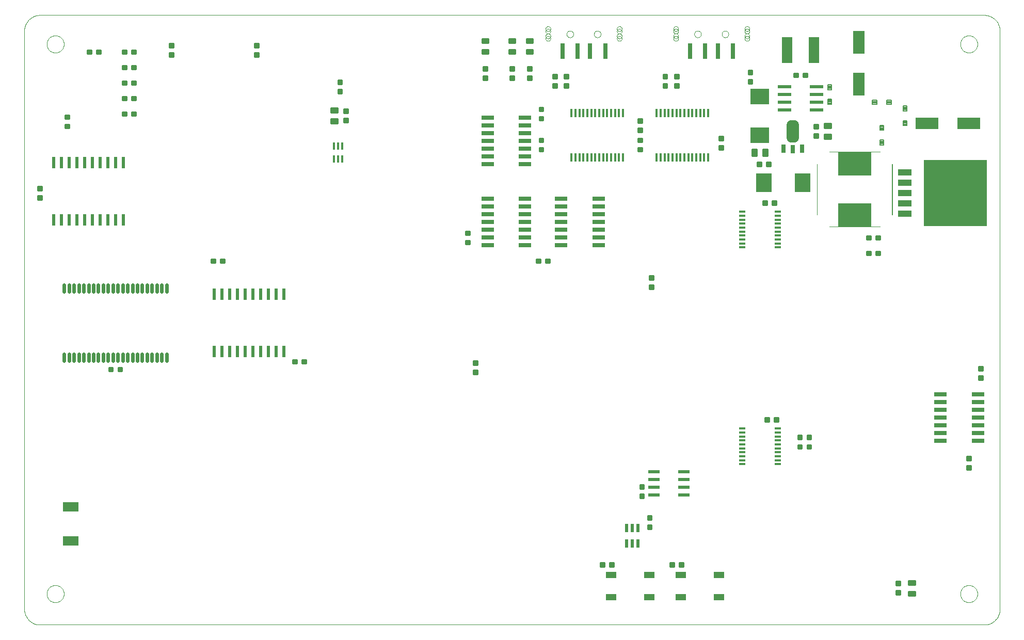
<source format=gtp>
G75*
%MOIN*%
%OFA0B0*%
%FSLAX24Y24*%
%IPPOS*%
%LPD*%
%AMOC8*
5,1,8,0,0,1.08239X$1,22.5*
%
%ADD10C,0.0000*%
%ADD11C,0.0217*%
%ADD12R,0.0780X0.0220*%
%ADD13R,0.0220X0.0520*%
%ADD14R,0.0390X0.0120*%
%ADD15R,0.0137X0.0550*%
%ADD16C,0.0088*%
%ADD17R,0.0709X0.0433*%
%ADD18R,0.0800X0.0260*%
%ADD19R,0.1500X0.0750*%
%ADD20R,0.0750X0.1500*%
%ADD21R,0.1000X0.1200*%
%ADD22R,0.1200X0.1000*%
%ADD23R,0.0669X0.1654*%
%ADD24R,0.1000X0.0600*%
%ADD25C,0.0079*%
%ADD26R,0.0220X0.0780*%
%ADD27R,0.0315X0.0984*%
%ADD28R,0.0866X0.0236*%
%ADD29R,0.4098X0.4252*%
%ADD30R,0.0850X0.0420*%
%ADD31R,0.0315X0.0551*%
%ADD32C,0.0600*%
%ADD33C,0.0100*%
%ADD34C,0.0080*%
%ADD35R,0.2165X0.1575*%
%ADD36R,0.0140X0.0460*%
D10*
X000350Y001350D02*
X000350Y038720D01*
X000352Y038780D01*
X000357Y038841D01*
X000366Y038900D01*
X000379Y038959D01*
X000395Y039018D01*
X000415Y039075D01*
X000438Y039130D01*
X000465Y039185D01*
X000494Y039237D01*
X000527Y039288D01*
X000563Y039337D01*
X000601Y039383D01*
X000643Y039427D01*
X000687Y039469D01*
X000733Y039507D01*
X000782Y039543D01*
X000833Y039576D01*
X000885Y039605D01*
X000940Y039632D01*
X000995Y039655D01*
X001052Y039675D01*
X001111Y039691D01*
X001170Y039704D01*
X001229Y039713D01*
X001290Y039718D01*
X001350Y039720D01*
X062342Y039720D01*
X062402Y039718D01*
X062463Y039713D01*
X062522Y039704D01*
X062581Y039691D01*
X062640Y039675D01*
X062697Y039655D01*
X062752Y039632D01*
X062807Y039605D01*
X062859Y039576D01*
X062910Y039543D01*
X062959Y039507D01*
X063005Y039469D01*
X063049Y039427D01*
X063091Y039383D01*
X063129Y039337D01*
X063165Y039288D01*
X063198Y039237D01*
X063227Y039185D01*
X063254Y039130D01*
X063277Y039075D01*
X063297Y039018D01*
X063313Y038959D01*
X063326Y038900D01*
X063335Y038841D01*
X063340Y038780D01*
X063342Y038720D01*
X063342Y001350D01*
X063340Y001290D01*
X063335Y001229D01*
X063326Y001170D01*
X063313Y001111D01*
X063297Y001052D01*
X063277Y000995D01*
X063254Y000940D01*
X063227Y000885D01*
X063198Y000833D01*
X063165Y000782D01*
X063129Y000733D01*
X063091Y000687D01*
X063049Y000643D01*
X063005Y000601D01*
X062959Y000563D01*
X062910Y000527D01*
X062859Y000494D01*
X062807Y000465D01*
X062752Y000438D01*
X062697Y000415D01*
X062640Y000395D01*
X062581Y000379D01*
X062522Y000366D01*
X062463Y000357D01*
X062402Y000352D01*
X062342Y000350D01*
X001350Y000350D01*
X001290Y000352D01*
X001229Y000357D01*
X001170Y000366D01*
X001111Y000379D01*
X001052Y000395D01*
X000995Y000415D01*
X000940Y000438D01*
X000885Y000465D01*
X000833Y000494D01*
X000782Y000527D01*
X000733Y000563D01*
X000687Y000601D01*
X000643Y000643D01*
X000601Y000687D01*
X000563Y000733D01*
X000527Y000782D01*
X000494Y000833D01*
X000465Y000885D01*
X000438Y000940D01*
X000415Y000995D01*
X000395Y001052D01*
X000379Y001111D01*
X000366Y001170D01*
X000357Y001229D01*
X000352Y001290D01*
X000350Y001350D01*
X001799Y002350D02*
X001801Y002397D01*
X001807Y002443D01*
X001817Y002489D01*
X001830Y002534D01*
X001848Y002577D01*
X001869Y002619D01*
X001893Y002659D01*
X001921Y002696D01*
X001952Y002731D01*
X001986Y002764D01*
X002022Y002793D01*
X002061Y002819D01*
X002102Y002842D01*
X002145Y002861D01*
X002189Y002877D01*
X002234Y002889D01*
X002280Y002897D01*
X002327Y002901D01*
X002373Y002901D01*
X002420Y002897D01*
X002466Y002889D01*
X002511Y002877D01*
X002555Y002861D01*
X002598Y002842D01*
X002639Y002819D01*
X002678Y002793D01*
X002714Y002764D01*
X002748Y002731D01*
X002779Y002696D01*
X002807Y002659D01*
X002831Y002619D01*
X002852Y002577D01*
X002870Y002534D01*
X002883Y002489D01*
X002893Y002443D01*
X002899Y002397D01*
X002901Y002350D01*
X002899Y002303D01*
X002893Y002257D01*
X002883Y002211D01*
X002870Y002166D01*
X002852Y002123D01*
X002831Y002081D01*
X002807Y002041D01*
X002779Y002004D01*
X002748Y001969D01*
X002714Y001936D01*
X002678Y001907D01*
X002639Y001881D01*
X002598Y001858D01*
X002555Y001839D01*
X002511Y001823D01*
X002466Y001811D01*
X002420Y001803D01*
X002373Y001799D01*
X002327Y001799D01*
X002280Y001803D01*
X002234Y001811D01*
X002189Y001823D01*
X002145Y001839D01*
X002102Y001858D01*
X002061Y001881D01*
X002022Y001907D01*
X001986Y001936D01*
X001952Y001969D01*
X001921Y002004D01*
X001893Y002041D01*
X001869Y002081D01*
X001848Y002123D01*
X001830Y002166D01*
X001817Y002211D01*
X001807Y002257D01*
X001801Y002303D01*
X001799Y002350D01*
X001799Y037850D02*
X001801Y037897D01*
X001807Y037943D01*
X001817Y037989D01*
X001830Y038034D01*
X001848Y038077D01*
X001869Y038119D01*
X001893Y038159D01*
X001921Y038196D01*
X001952Y038231D01*
X001986Y038264D01*
X002022Y038293D01*
X002061Y038319D01*
X002102Y038342D01*
X002145Y038361D01*
X002189Y038377D01*
X002234Y038389D01*
X002280Y038397D01*
X002327Y038401D01*
X002373Y038401D01*
X002420Y038397D01*
X002466Y038389D01*
X002511Y038377D01*
X002555Y038361D01*
X002598Y038342D01*
X002639Y038319D01*
X002678Y038293D01*
X002714Y038264D01*
X002748Y038231D01*
X002779Y038196D01*
X002807Y038159D01*
X002831Y038119D01*
X002852Y038077D01*
X002870Y038034D01*
X002883Y037989D01*
X002893Y037943D01*
X002899Y037897D01*
X002901Y037850D01*
X002899Y037803D01*
X002893Y037757D01*
X002883Y037711D01*
X002870Y037666D01*
X002852Y037623D01*
X002831Y037581D01*
X002807Y037541D01*
X002779Y037504D01*
X002748Y037469D01*
X002714Y037436D01*
X002678Y037407D01*
X002639Y037381D01*
X002598Y037358D01*
X002555Y037339D01*
X002511Y037323D01*
X002466Y037311D01*
X002420Y037303D01*
X002373Y037299D01*
X002327Y037299D01*
X002280Y037303D01*
X002234Y037311D01*
X002189Y037323D01*
X002145Y037339D01*
X002102Y037358D01*
X002061Y037381D01*
X002022Y037407D01*
X001986Y037436D01*
X001952Y037469D01*
X001921Y037504D01*
X001893Y037541D01*
X001869Y037581D01*
X001848Y037623D01*
X001830Y037666D01*
X001817Y037711D01*
X001807Y037757D01*
X001801Y037803D01*
X001799Y037850D01*
X034015Y038209D02*
X034017Y038234D01*
X034023Y038258D01*
X034032Y038280D01*
X034045Y038301D01*
X034061Y038320D01*
X034080Y038336D01*
X034101Y038349D01*
X034123Y038358D01*
X034147Y038364D01*
X034172Y038366D01*
X034197Y038364D01*
X034221Y038358D01*
X034243Y038349D01*
X034264Y038336D01*
X034283Y038320D01*
X034299Y038301D01*
X034312Y038280D01*
X034321Y038258D01*
X034327Y038234D01*
X034329Y038209D01*
X034327Y038184D01*
X034321Y038160D01*
X034312Y038138D01*
X034299Y038117D01*
X034283Y038098D01*
X034264Y038082D01*
X034243Y038069D01*
X034221Y038060D01*
X034197Y038054D01*
X034172Y038052D01*
X034147Y038054D01*
X034123Y038060D01*
X034101Y038069D01*
X034080Y038082D01*
X034061Y038098D01*
X034045Y038117D01*
X034032Y038138D01*
X034023Y038160D01*
X034017Y038184D01*
X034015Y038209D01*
X034015Y038367D02*
X034017Y038392D01*
X034023Y038416D01*
X034032Y038438D01*
X034045Y038459D01*
X034061Y038478D01*
X034080Y038494D01*
X034101Y038507D01*
X034123Y038516D01*
X034147Y038522D01*
X034172Y038524D01*
X034197Y038522D01*
X034221Y038516D01*
X034243Y038507D01*
X034264Y038494D01*
X034283Y038478D01*
X034299Y038459D01*
X034312Y038438D01*
X034321Y038416D01*
X034327Y038392D01*
X034329Y038367D01*
X034327Y038342D01*
X034321Y038318D01*
X034312Y038296D01*
X034299Y038275D01*
X034283Y038256D01*
X034264Y038240D01*
X034243Y038227D01*
X034221Y038218D01*
X034197Y038212D01*
X034172Y038210D01*
X034147Y038212D01*
X034123Y038218D01*
X034101Y038227D01*
X034080Y038240D01*
X034061Y038256D01*
X034045Y038275D01*
X034032Y038296D01*
X034023Y038318D01*
X034017Y038342D01*
X034015Y038367D01*
X034015Y038682D02*
X034017Y038707D01*
X034023Y038731D01*
X034032Y038753D01*
X034045Y038774D01*
X034061Y038793D01*
X034080Y038809D01*
X034101Y038822D01*
X034123Y038831D01*
X034147Y038837D01*
X034172Y038839D01*
X034197Y038837D01*
X034221Y038831D01*
X034243Y038822D01*
X034264Y038809D01*
X034283Y038793D01*
X034299Y038774D01*
X034312Y038753D01*
X034321Y038731D01*
X034327Y038707D01*
X034329Y038682D01*
X034327Y038657D01*
X034321Y038633D01*
X034312Y038611D01*
X034299Y038590D01*
X034283Y038571D01*
X034264Y038555D01*
X034243Y038542D01*
X034221Y038533D01*
X034197Y038527D01*
X034172Y038525D01*
X034147Y038527D01*
X034123Y038533D01*
X034101Y038542D01*
X034080Y038555D01*
X034061Y038571D01*
X034045Y038590D01*
X034032Y038611D01*
X034023Y038633D01*
X034017Y038657D01*
X034015Y038682D01*
X034015Y038839D02*
X034017Y038864D01*
X034023Y038888D01*
X034032Y038910D01*
X034045Y038931D01*
X034061Y038950D01*
X034080Y038966D01*
X034101Y038979D01*
X034123Y038988D01*
X034147Y038994D01*
X034172Y038996D01*
X034197Y038994D01*
X034221Y038988D01*
X034243Y038979D01*
X034264Y038966D01*
X034283Y038950D01*
X034299Y038931D01*
X034312Y038910D01*
X034321Y038888D01*
X034327Y038864D01*
X034329Y038839D01*
X034327Y038814D01*
X034321Y038790D01*
X034312Y038768D01*
X034299Y038747D01*
X034283Y038728D01*
X034264Y038712D01*
X034243Y038699D01*
X034221Y038690D01*
X034197Y038684D01*
X034172Y038682D01*
X034147Y038684D01*
X034123Y038690D01*
X034101Y038699D01*
X034080Y038712D01*
X034061Y038728D01*
X034045Y038747D01*
X034032Y038768D01*
X034023Y038790D01*
X034017Y038814D01*
X034015Y038839D01*
X035372Y038497D02*
X035374Y038526D01*
X035380Y038554D01*
X035389Y038582D01*
X035402Y038608D01*
X035419Y038631D01*
X035438Y038653D01*
X035460Y038672D01*
X035485Y038687D01*
X035511Y038700D01*
X035539Y038708D01*
X035567Y038713D01*
X035596Y038714D01*
X035625Y038711D01*
X035653Y038704D01*
X035680Y038694D01*
X035706Y038680D01*
X035729Y038663D01*
X035750Y038643D01*
X035768Y038620D01*
X035783Y038595D01*
X035794Y038568D01*
X035802Y038540D01*
X035806Y038511D01*
X035806Y038483D01*
X035802Y038454D01*
X035794Y038426D01*
X035783Y038399D01*
X035768Y038374D01*
X035750Y038351D01*
X035729Y038331D01*
X035706Y038314D01*
X035680Y038300D01*
X035653Y038290D01*
X035625Y038283D01*
X035596Y038280D01*
X035567Y038281D01*
X035539Y038286D01*
X035511Y038294D01*
X035485Y038307D01*
X035460Y038322D01*
X035438Y038341D01*
X035419Y038363D01*
X035402Y038386D01*
X035389Y038412D01*
X035380Y038440D01*
X035374Y038468D01*
X035372Y038497D01*
X037144Y038497D02*
X037146Y038526D01*
X037152Y038554D01*
X037161Y038582D01*
X037174Y038608D01*
X037191Y038631D01*
X037210Y038653D01*
X037232Y038672D01*
X037257Y038687D01*
X037283Y038700D01*
X037311Y038708D01*
X037339Y038713D01*
X037368Y038714D01*
X037397Y038711D01*
X037425Y038704D01*
X037452Y038694D01*
X037478Y038680D01*
X037501Y038663D01*
X037522Y038643D01*
X037540Y038620D01*
X037555Y038595D01*
X037566Y038568D01*
X037574Y038540D01*
X037578Y038511D01*
X037578Y038483D01*
X037574Y038454D01*
X037566Y038426D01*
X037555Y038399D01*
X037540Y038374D01*
X037522Y038351D01*
X037501Y038331D01*
X037478Y038314D01*
X037452Y038300D01*
X037425Y038290D01*
X037397Y038283D01*
X037368Y038280D01*
X037339Y038281D01*
X037311Y038286D01*
X037283Y038294D01*
X037257Y038307D01*
X037232Y038322D01*
X037210Y038341D01*
X037191Y038363D01*
X037174Y038386D01*
X037161Y038412D01*
X037152Y038440D01*
X037146Y038468D01*
X037144Y038497D01*
X038621Y038367D02*
X038623Y038392D01*
X038629Y038416D01*
X038638Y038438D01*
X038651Y038459D01*
X038667Y038478D01*
X038686Y038494D01*
X038707Y038507D01*
X038729Y038516D01*
X038753Y038522D01*
X038778Y038524D01*
X038803Y038522D01*
X038827Y038516D01*
X038849Y038507D01*
X038870Y038494D01*
X038889Y038478D01*
X038905Y038459D01*
X038918Y038438D01*
X038927Y038416D01*
X038933Y038392D01*
X038935Y038367D01*
X038933Y038342D01*
X038927Y038318D01*
X038918Y038296D01*
X038905Y038275D01*
X038889Y038256D01*
X038870Y038240D01*
X038849Y038227D01*
X038827Y038218D01*
X038803Y038212D01*
X038778Y038210D01*
X038753Y038212D01*
X038729Y038218D01*
X038707Y038227D01*
X038686Y038240D01*
X038667Y038256D01*
X038651Y038275D01*
X038638Y038296D01*
X038629Y038318D01*
X038623Y038342D01*
X038621Y038367D01*
X038621Y038209D02*
X038623Y038234D01*
X038629Y038258D01*
X038638Y038280D01*
X038651Y038301D01*
X038667Y038320D01*
X038686Y038336D01*
X038707Y038349D01*
X038729Y038358D01*
X038753Y038364D01*
X038778Y038366D01*
X038803Y038364D01*
X038827Y038358D01*
X038849Y038349D01*
X038870Y038336D01*
X038889Y038320D01*
X038905Y038301D01*
X038918Y038280D01*
X038927Y038258D01*
X038933Y038234D01*
X038935Y038209D01*
X038933Y038184D01*
X038927Y038160D01*
X038918Y038138D01*
X038905Y038117D01*
X038889Y038098D01*
X038870Y038082D01*
X038849Y038069D01*
X038827Y038060D01*
X038803Y038054D01*
X038778Y038052D01*
X038753Y038054D01*
X038729Y038060D01*
X038707Y038069D01*
X038686Y038082D01*
X038667Y038098D01*
X038651Y038117D01*
X038638Y038138D01*
X038629Y038160D01*
X038623Y038184D01*
X038621Y038209D01*
X038621Y038682D02*
X038623Y038707D01*
X038629Y038731D01*
X038638Y038753D01*
X038651Y038774D01*
X038667Y038793D01*
X038686Y038809D01*
X038707Y038822D01*
X038729Y038831D01*
X038753Y038837D01*
X038778Y038839D01*
X038803Y038837D01*
X038827Y038831D01*
X038849Y038822D01*
X038870Y038809D01*
X038889Y038793D01*
X038905Y038774D01*
X038918Y038753D01*
X038927Y038731D01*
X038933Y038707D01*
X038935Y038682D01*
X038933Y038657D01*
X038927Y038633D01*
X038918Y038611D01*
X038905Y038590D01*
X038889Y038571D01*
X038870Y038555D01*
X038849Y038542D01*
X038827Y038533D01*
X038803Y038527D01*
X038778Y038525D01*
X038753Y038527D01*
X038729Y038533D01*
X038707Y038542D01*
X038686Y038555D01*
X038667Y038571D01*
X038651Y038590D01*
X038638Y038611D01*
X038629Y038633D01*
X038623Y038657D01*
X038621Y038682D01*
X038621Y038839D02*
X038623Y038864D01*
X038629Y038888D01*
X038638Y038910D01*
X038651Y038931D01*
X038667Y038950D01*
X038686Y038966D01*
X038707Y038979D01*
X038729Y038988D01*
X038753Y038994D01*
X038778Y038996D01*
X038803Y038994D01*
X038827Y038988D01*
X038849Y038979D01*
X038870Y038966D01*
X038889Y038950D01*
X038905Y038931D01*
X038918Y038910D01*
X038927Y038888D01*
X038933Y038864D01*
X038935Y038839D01*
X038933Y038814D01*
X038927Y038790D01*
X038918Y038768D01*
X038905Y038747D01*
X038889Y038728D01*
X038870Y038712D01*
X038849Y038699D01*
X038827Y038690D01*
X038803Y038684D01*
X038778Y038682D01*
X038753Y038684D01*
X038729Y038690D01*
X038707Y038699D01*
X038686Y038712D01*
X038667Y038728D01*
X038651Y038747D01*
X038638Y038768D01*
X038629Y038790D01*
X038623Y038814D01*
X038621Y038839D01*
X042265Y038839D02*
X042267Y038864D01*
X042273Y038888D01*
X042282Y038910D01*
X042295Y038931D01*
X042311Y038950D01*
X042330Y038966D01*
X042351Y038979D01*
X042373Y038988D01*
X042397Y038994D01*
X042422Y038996D01*
X042447Y038994D01*
X042471Y038988D01*
X042493Y038979D01*
X042514Y038966D01*
X042533Y038950D01*
X042549Y038931D01*
X042562Y038910D01*
X042571Y038888D01*
X042577Y038864D01*
X042579Y038839D01*
X042577Y038814D01*
X042571Y038790D01*
X042562Y038768D01*
X042549Y038747D01*
X042533Y038728D01*
X042514Y038712D01*
X042493Y038699D01*
X042471Y038690D01*
X042447Y038684D01*
X042422Y038682D01*
X042397Y038684D01*
X042373Y038690D01*
X042351Y038699D01*
X042330Y038712D01*
X042311Y038728D01*
X042295Y038747D01*
X042282Y038768D01*
X042273Y038790D01*
X042267Y038814D01*
X042265Y038839D01*
X042265Y038682D02*
X042267Y038707D01*
X042273Y038731D01*
X042282Y038753D01*
X042295Y038774D01*
X042311Y038793D01*
X042330Y038809D01*
X042351Y038822D01*
X042373Y038831D01*
X042397Y038837D01*
X042422Y038839D01*
X042447Y038837D01*
X042471Y038831D01*
X042493Y038822D01*
X042514Y038809D01*
X042533Y038793D01*
X042549Y038774D01*
X042562Y038753D01*
X042571Y038731D01*
X042577Y038707D01*
X042579Y038682D01*
X042577Y038657D01*
X042571Y038633D01*
X042562Y038611D01*
X042549Y038590D01*
X042533Y038571D01*
X042514Y038555D01*
X042493Y038542D01*
X042471Y038533D01*
X042447Y038527D01*
X042422Y038525D01*
X042397Y038527D01*
X042373Y038533D01*
X042351Y038542D01*
X042330Y038555D01*
X042311Y038571D01*
X042295Y038590D01*
X042282Y038611D01*
X042273Y038633D01*
X042267Y038657D01*
X042265Y038682D01*
X042265Y038367D02*
X042267Y038392D01*
X042273Y038416D01*
X042282Y038438D01*
X042295Y038459D01*
X042311Y038478D01*
X042330Y038494D01*
X042351Y038507D01*
X042373Y038516D01*
X042397Y038522D01*
X042422Y038524D01*
X042447Y038522D01*
X042471Y038516D01*
X042493Y038507D01*
X042514Y038494D01*
X042533Y038478D01*
X042549Y038459D01*
X042562Y038438D01*
X042571Y038416D01*
X042577Y038392D01*
X042579Y038367D01*
X042577Y038342D01*
X042571Y038318D01*
X042562Y038296D01*
X042549Y038275D01*
X042533Y038256D01*
X042514Y038240D01*
X042493Y038227D01*
X042471Y038218D01*
X042447Y038212D01*
X042422Y038210D01*
X042397Y038212D01*
X042373Y038218D01*
X042351Y038227D01*
X042330Y038240D01*
X042311Y038256D01*
X042295Y038275D01*
X042282Y038296D01*
X042273Y038318D01*
X042267Y038342D01*
X042265Y038367D01*
X042265Y038209D02*
X042267Y038234D01*
X042273Y038258D01*
X042282Y038280D01*
X042295Y038301D01*
X042311Y038320D01*
X042330Y038336D01*
X042351Y038349D01*
X042373Y038358D01*
X042397Y038364D01*
X042422Y038366D01*
X042447Y038364D01*
X042471Y038358D01*
X042493Y038349D01*
X042514Y038336D01*
X042533Y038320D01*
X042549Y038301D01*
X042562Y038280D01*
X042571Y038258D01*
X042577Y038234D01*
X042579Y038209D01*
X042577Y038184D01*
X042571Y038160D01*
X042562Y038138D01*
X042549Y038117D01*
X042533Y038098D01*
X042514Y038082D01*
X042493Y038069D01*
X042471Y038060D01*
X042447Y038054D01*
X042422Y038052D01*
X042397Y038054D01*
X042373Y038060D01*
X042351Y038069D01*
X042330Y038082D01*
X042311Y038098D01*
X042295Y038117D01*
X042282Y038138D01*
X042273Y038160D01*
X042267Y038184D01*
X042265Y038209D01*
X043622Y038497D02*
X043624Y038526D01*
X043630Y038554D01*
X043639Y038582D01*
X043652Y038608D01*
X043669Y038631D01*
X043688Y038653D01*
X043710Y038672D01*
X043735Y038687D01*
X043761Y038700D01*
X043789Y038708D01*
X043817Y038713D01*
X043846Y038714D01*
X043875Y038711D01*
X043903Y038704D01*
X043930Y038694D01*
X043956Y038680D01*
X043979Y038663D01*
X044000Y038643D01*
X044018Y038620D01*
X044033Y038595D01*
X044044Y038568D01*
X044052Y038540D01*
X044056Y038511D01*
X044056Y038483D01*
X044052Y038454D01*
X044044Y038426D01*
X044033Y038399D01*
X044018Y038374D01*
X044000Y038351D01*
X043979Y038331D01*
X043956Y038314D01*
X043930Y038300D01*
X043903Y038290D01*
X043875Y038283D01*
X043846Y038280D01*
X043817Y038281D01*
X043789Y038286D01*
X043761Y038294D01*
X043735Y038307D01*
X043710Y038322D01*
X043688Y038341D01*
X043669Y038363D01*
X043652Y038386D01*
X043639Y038412D01*
X043630Y038440D01*
X043624Y038468D01*
X043622Y038497D01*
X045394Y038497D02*
X045396Y038526D01*
X045402Y038554D01*
X045411Y038582D01*
X045424Y038608D01*
X045441Y038631D01*
X045460Y038653D01*
X045482Y038672D01*
X045507Y038687D01*
X045533Y038700D01*
X045561Y038708D01*
X045589Y038713D01*
X045618Y038714D01*
X045647Y038711D01*
X045675Y038704D01*
X045702Y038694D01*
X045728Y038680D01*
X045751Y038663D01*
X045772Y038643D01*
X045790Y038620D01*
X045805Y038595D01*
X045816Y038568D01*
X045824Y038540D01*
X045828Y038511D01*
X045828Y038483D01*
X045824Y038454D01*
X045816Y038426D01*
X045805Y038399D01*
X045790Y038374D01*
X045772Y038351D01*
X045751Y038331D01*
X045728Y038314D01*
X045702Y038300D01*
X045675Y038290D01*
X045647Y038283D01*
X045618Y038280D01*
X045589Y038281D01*
X045561Y038286D01*
X045533Y038294D01*
X045507Y038307D01*
X045482Y038322D01*
X045460Y038341D01*
X045441Y038363D01*
X045424Y038386D01*
X045411Y038412D01*
X045402Y038440D01*
X045396Y038468D01*
X045394Y038497D01*
X046871Y038367D02*
X046873Y038392D01*
X046879Y038416D01*
X046888Y038438D01*
X046901Y038459D01*
X046917Y038478D01*
X046936Y038494D01*
X046957Y038507D01*
X046979Y038516D01*
X047003Y038522D01*
X047028Y038524D01*
X047053Y038522D01*
X047077Y038516D01*
X047099Y038507D01*
X047120Y038494D01*
X047139Y038478D01*
X047155Y038459D01*
X047168Y038438D01*
X047177Y038416D01*
X047183Y038392D01*
X047185Y038367D01*
X047183Y038342D01*
X047177Y038318D01*
X047168Y038296D01*
X047155Y038275D01*
X047139Y038256D01*
X047120Y038240D01*
X047099Y038227D01*
X047077Y038218D01*
X047053Y038212D01*
X047028Y038210D01*
X047003Y038212D01*
X046979Y038218D01*
X046957Y038227D01*
X046936Y038240D01*
X046917Y038256D01*
X046901Y038275D01*
X046888Y038296D01*
X046879Y038318D01*
X046873Y038342D01*
X046871Y038367D01*
X046871Y038209D02*
X046873Y038234D01*
X046879Y038258D01*
X046888Y038280D01*
X046901Y038301D01*
X046917Y038320D01*
X046936Y038336D01*
X046957Y038349D01*
X046979Y038358D01*
X047003Y038364D01*
X047028Y038366D01*
X047053Y038364D01*
X047077Y038358D01*
X047099Y038349D01*
X047120Y038336D01*
X047139Y038320D01*
X047155Y038301D01*
X047168Y038280D01*
X047177Y038258D01*
X047183Y038234D01*
X047185Y038209D01*
X047183Y038184D01*
X047177Y038160D01*
X047168Y038138D01*
X047155Y038117D01*
X047139Y038098D01*
X047120Y038082D01*
X047099Y038069D01*
X047077Y038060D01*
X047053Y038054D01*
X047028Y038052D01*
X047003Y038054D01*
X046979Y038060D01*
X046957Y038069D01*
X046936Y038082D01*
X046917Y038098D01*
X046901Y038117D01*
X046888Y038138D01*
X046879Y038160D01*
X046873Y038184D01*
X046871Y038209D01*
X046871Y038682D02*
X046873Y038707D01*
X046879Y038731D01*
X046888Y038753D01*
X046901Y038774D01*
X046917Y038793D01*
X046936Y038809D01*
X046957Y038822D01*
X046979Y038831D01*
X047003Y038837D01*
X047028Y038839D01*
X047053Y038837D01*
X047077Y038831D01*
X047099Y038822D01*
X047120Y038809D01*
X047139Y038793D01*
X047155Y038774D01*
X047168Y038753D01*
X047177Y038731D01*
X047183Y038707D01*
X047185Y038682D01*
X047183Y038657D01*
X047177Y038633D01*
X047168Y038611D01*
X047155Y038590D01*
X047139Y038571D01*
X047120Y038555D01*
X047099Y038542D01*
X047077Y038533D01*
X047053Y038527D01*
X047028Y038525D01*
X047003Y038527D01*
X046979Y038533D01*
X046957Y038542D01*
X046936Y038555D01*
X046917Y038571D01*
X046901Y038590D01*
X046888Y038611D01*
X046879Y038633D01*
X046873Y038657D01*
X046871Y038682D01*
X046871Y038839D02*
X046873Y038864D01*
X046879Y038888D01*
X046888Y038910D01*
X046901Y038931D01*
X046917Y038950D01*
X046936Y038966D01*
X046957Y038979D01*
X046979Y038988D01*
X047003Y038994D01*
X047028Y038996D01*
X047053Y038994D01*
X047077Y038988D01*
X047099Y038979D01*
X047120Y038966D01*
X047139Y038950D01*
X047155Y038931D01*
X047168Y038910D01*
X047177Y038888D01*
X047183Y038864D01*
X047185Y038839D01*
X047183Y038814D01*
X047177Y038790D01*
X047168Y038768D01*
X047155Y038747D01*
X047139Y038728D01*
X047120Y038712D01*
X047099Y038699D01*
X047077Y038690D01*
X047053Y038684D01*
X047028Y038682D01*
X047003Y038684D01*
X046979Y038690D01*
X046957Y038699D01*
X046936Y038712D01*
X046917Y038728D01*
X046901Y038747D01*
X046888Y038768D01*
X046879Y038790D01*
X046873Y038814D01*
X046871Y038839D01*
X052341Y030896D02*
X055609Y030896D01*
X051554Y030109D02*
X051554Y026841D01*
X052341Y026054D02*
X055609Y026054D01*
X060799Y037850D02*
X060801Y037897D01*
X060807Y037943D01*
X060817Y037989D01*
X060830Y038034D01*
X060848Y038077D01*
X060869Y038119D01*
X060893Y038159D01*
X060921Y038196D01*
X060952Y038231D01*
X060986Y038264D01*
X061022Y038293D01*
X061061Y038319D01*
X061102Y038342D01*
X061145Y038361D01*
X061189Y038377D01*
X061234Y038389D01*
X061280Y038397D01*
X061327Y038401D01*
X061373Y038401D01*
X061420Y038397D01*
X061466Y038389D01*
X061511Y038377D01*
X061555Y038361D01*
X061598Y038342D01*
X061639Y038319D01*
X061678Y038293D01*
X061714Y038264D01*
X061748Y038231D01*
X061779Y038196D01*
X061807Y038159D01*
X061831Y038119D01*
X061852Y038077D01*
X061870Y038034D01*
X061883Y037989D01*
X061893Y037943D01*
X061899Y037897D01*
X061901Y037850D01*
X061899Y037803D01*
X061893Y037757D01*
X061883Y037711D01*
X061870Y037666D01*
X061852Y037623D01*
X061831Y037581D01*
X061807Y037541D01*
X061779Y037504D01*
X061748Y037469D01*
X061714Y037436D01*
X061678Y037407D01*
X061639Y037381D01*
X061598Y037358D01*
X061555Y037339D01*
X061511Y037323D01*
X061466Y037311D01*
X061420Y037303D01*
X061373Y037299D01*
X061327Y037299D01*
X061280Y037303D01*
X061234Y037311D01*
X061189Y037323D01*
X061145Y037339D01*
X061102Y037358D01*
X061061Y037381D01*
X061022Y037407D01*
X060986Y037436D01*
X060952Y037469D01*
X060921Y037504D01*
X060893Y037541D01*
X060869Y037581D01*
X060848Y037623D01*
X060830Y037666D01*
X060817Y037711D01*
X060807Y037757D01*
X060801Y037803D01*
X060799Y037850D01*
X060799Y002350D02*
X060801Y002397D01*
X060807Y002443D01*
X060817Y002489D01*
X060830Y002534D01*
X060848Y002577D01*
X060869Y002619D01*
X060893Y002659D01*
X060921Y002696D01*
X060952Y002731D01*
X060986Y002764D01*
X061022Y002793D01*
X061061Y002819D01*
X061102Y002842D01*
X061145Y002861D01*
X061189Y002877D01*
X061234Y002889D01*
X061280Y002897D01*
X061327Y002901D01*
X061373Y002901D01*
X061420Y002897D01*
X061466Y002889D01*
X061511Y002877D01*
X061555Y002861D01*
X061598Y002842D01*
X061639Y002819D01*
X061678Y002793D01*
X061714Y002764D01*
X061748Y002731D01*
X061779Y002696D01*
X061807Y002659D01*
X061831Y002619D01*
X061852Y002577D01*
X061870Y002534D01*
X061883Y002489D01*
X061893Y002443D01*
X061899Y002397D01*
X061901Y002350D01*
X061899Y002303D01*
X061893Y002257D01*
X061883Y002211D01*
X061870Y002166D01*
X061852Y002123D01*
X061831Y002081D01*
X061807Y002041D01*
X061779Y002004D01*
X061748Y001969D01*
X061714Y001936D01*
X061678Y001907D01*
X061639Y001881D01*
X061598Y001858D01*
X061555Y001839D01*
X061511Y001823D01*
X061466Y001811D01*
X061420Y001803D01*
X061373Y001799D01*
X061327Y001799D01*
X061280Y001803D01*
X061234Y001811D01*
X061189Y001823D01*
X061145Y001839D01*
X061102Y001858D01*
X061061Y001881D01*
X061022Y001907D01*
X060986Y001936D01*
X060952Y001969D01*
X060921Y002004D01*
X060893Y002041D01*
X060869Y002081D01*
X060848Y002123D01*
X060830Y002166D01*
X060817Y002211D01*
X060807Y002257D01*
X060801Y002303D01*
X060799Y002350D01*
D11*
X009532Y017407D02*
X009532Y017407D01*
X009532Y017821D01*
X009532Y017821D01*
X009532Y017407D01*
X009532Y017623D02*
X009532Y017623D01*
X009217Y017407D02*
X009217Y017407D01*
X009217Y017821D01*
X009217Y017821D01*
X009217Y017407D01*
X009217Y017623D02*
X009217Y017623D01*
X008902Y017407D02*
X008902Y017407D01*
X008902Y017821D01*
X008902Y017821D01*
X008902Y017407D01*
X008902Y017623D02*
X008902Y017623D01*
X008587Y017407D02*
X008587Y017407D01*
X008587Y017821D01*
X008587Y017821D01*
X008587Y017407D01*
X008587Y017623D02*
X008587Y017623D01*
X008272Y017407D02*
X008272Y017407D01*
X008272Y017821D01*
X008272Y017821D01*
X008272Y017407D01*
X008272Y017623D02*
X008272Y017623D01*
X007957Y017407D02*
X007957Y017407D01*
X007957Y017821D01*
X007957Y017821D01*
X007957Y017407D01*
X007957Y017623D02*
X007957Y017623D01*
X007642Y017407D02*
X007642Y017407D01*
X007642Y017821D01*
X007642Y017821D01*
X007642Y017407D01*
X007642Y017623D02*
X007642Y017623D01*
X007327Y017407D02*
X007327Y017407D01*
X007327Y017821D01*
X007327Y017821D01*
X007327Y017407D01*
X007327Y017623D02*
X007327Y017623D01*
X007012Y017407D02*
X007012Y017407D01*
X007012Y017821D01*
X007012Y017821D01*
X007012Y017407D01*
X007012Y017623D02*
X007012Y017623D01*
X006697Y017407D02*
X006697Y017407D01*
X006697Y017821D01*
X006697Y017821D01*
X006697Y017407D01*
X006697Y017623D02*
X006697Y017623D01*
X006382Y017407D02*
X006382Y017407D01*
X006382Y017821D01*
X006382Y017821D01*
X006382Y017407D01*
X006382Y017623D02*
X006382Y017623D01*
X006068Y017407D02*
X006068Y017407D01*
X006068Y017821D01*
X006068Y017821D01*
X006068Y017407D01*
X006068Y017623D02*
X006068Y017623D01*
X005753Y017407D02*
X005753Y017407D01*
X005753Y017821D01*
X005753Y017821D01*
X005753Y017407D01*
X005753Y017623D02*
X005753Y017623D01*
X005438Y017407D02*
X005438Y017407D01*
X005438Y017821D01*
X005438Y017821D01*
X005438Y017407D01*
X005438Y017623D02*
X005438Y017623D01*
X005123Y017407D02*
X005123Y017407D01*
X005123Y017821D01*
X005123Y017821D01*
X005123Y017407D01*
X005123Y017623D02*
X005123Y017623D01*
X004808Y017407D02*
X004808Y017407D01*
X004808Y017821D01*
X004808Y017821D01*
X004808Y017407D01*
X004808Y017623D02*
X004808Y017623D01*
X004493Y017407D02*
X004493Y017407D01*
X004493Y017821D01*
X004493Y017821D01*
X004493Y017407D01*
X004493Y017623D02*
X004493Y017623D01*
X004178Y017407D02*
X004178Y017407D01*
X004178Y017821D01*
X004178Y017821D01*
X004178Y017407D01*
X004178Y017623D02*
X004178Y017623D01*
X003863Y017407D02*
X003863Y017407D01*
X003863Y017821D01*
X003863Y017821D01*
X003863Y017407D01*
X003863Y017623D02*
X003863Y017623D01*
X003548Y017407D02*
X003548Y017407D01*
X003548Y017821D01*
X003548Y017821D01*
X003548Y017407D01*
X003548Y017623D02*
X003548Y017623D01*
X003233Y017407D02*
X003233Y017407D01*
X003233Y017821D01*
X003233Y017821D01*
X003233Y017407D01*
X003233Y017623D02*
X003233Y017623D01*
X002918Y017407D02*
X002918Y017407D01*
X002918Y017821D01*
X002918Y017821D01*
X002918Y017407D01*
X002918Y017623D02*
X002918Y017623D01*
X002918Y022293D02*
X002918Y022293D01*
X002918Y021879D01*
X002918Y021879D01*
X002918Y022293D01*
X002918Y022095D02*
X002918Y022095D01*
X003233Y022293D02*
X003233Y022293D01*
X003233Y021879D01*
X003233Y021879D01*
X003233Y022293D01*
X003233Y022095D02*
X003233Y022095D01*
X003548Y022293D02*
X003548Y022293D01*
X003548Y021879D01*
X003548Y021879D01*
X003548Y022293D01*
X003548Y022095D02*
X003548Y022095D01*
X003863Y022293D02*
X003863Y022293D01*
X003863Y021879D01*
X003863Y021879D01*
X003863Y022293D01*
X003863Y022095D02*
X003863Y022095D01*
X004178Y022293D02*
X004178Y022293D01*
X004178Y021879D01*
X004178Y021879D01*
X004178Y022293D01*
X004178Y022095D02*
X004178Y022095D01*
X004493Y022293D02*
X004493Y022293D01*
X004493Y021879D01*
X004493Y021879D01*
X004493Y022293D01*
X004493Y022095D02*
X004493Y022095D01*
X004808Y022293D02*
X004808Y022293D01*
X004808Y021879D01*
X004808Y021879D01*
X004808Y022293D01*
X004808Y022095D02*
X004808Y022095D01*
X005123Y022293D02*
X005123Y022293D01*
X005123Y021879D01*
X005123Y021879D01*
X005123Y022293D01*
X005123Y022095D02*
X005123Y022095D01*
X005438Y022293D02*
X005438Y022293D01*
X005438Y021879D01*
X005438Y021879D01*
X005438Y022293D01*
X005438Y022095D02*
X005438Y022095D01*
X005753Y022293D02*
X005753Y022293D01*
X005753Y021879D01*
X005753Y021879D01*
X005753Y022293D01*
X005753Y022095D02*
X005753Y022095D01*
X006068Y022293D02*
X006068Y022293D01*
X006068Y021879D01*
X006068Y021879D01*
X006068Y022293D01*
X006068Y022095D02*
X006068Y022095D01*
X006382Y022293D02*
X006382Y022293D01*
X006382Y021879D01*
X006382Y021879D01*
X006382Y022293D01*
X006382Y022095D02*
X006382Y022095D01*
X006697Y022293D02*
X006697Y022293D01*
X006697Y021879D01*
X006697Y021879D01*
X006697Y022293D01*
X006697Y022095D02*
X006697Y022095D01*
X007012Y022293D02*
X007012Y022293D01*
X007012Y021879D01*
X007012Y021879D01*
X007012Y022293D01*
X007012Y022095D02*
X007012Y022095D01*
X007327Y022293D02*
X007327Y022293D01*
X007327Y021879D01*
X007327Y021879D01*
X007327Y022293D01*
X007327Y022095D02*
X007327Y022095D01*
X007642Y022293D02*
X007642Y022293D01*
X007642Y021879D01*
X007642Y021879D01*
X007642Y022293D01*
X007642Y022095D02*
X007642Y022095D01*
X007957Y022293D02*
X007957Y022293D01*
X007957Y021879D01*
X007957Y021879D01*
X007957Y022293D01*
X007957Y022095D02*
X007957Y022095D01*
X008272Y022293D02*
X008272Y022293D01*
X008272Y021879D01*
X008272Y021879D01*
X008272Y022293D01*
X008272Y022095D02*
X008272Y022095D01*
X008587Y022293D02*
X008587Y022293D01*
X008587Y021879D01*
X008587Y021879D01*
X008587Y022293D01*
X008587Y022095D02*
X008587Y022095D01*
X008902Y022293D02*
X008902Y022293D01*
X008902Y021879D01*
X008902Y021879D01*
X008902Y022293D01*
X008902Y022095D02*
X008902Y022095D01*
X009217Y022293D02*
X009217Y022293D01*
X009217Y021879D01*
X009217Y021879D01*
X009217Y022293D01*
X009217Y022095D02*
X009217Y022095D01*
X009532Y022293D02*
X009532Y022293D01*
X009532Y021879D01*
X009532Y021879D01*
X009532Y022293D01*
X009532Y022095D02*
X009532Y022095D01*
D12*
X041005Y010225D03*
X041005Y009725D03*
X041005Y009225D03*
X041005Y008725D03*
X042945Y008725D03*
X042945Y009225D03*
X042945Y009725D03*
X042945Y010225D03*
D13*
X039970Y006600D03*
X039600Y006600D03*
X039230Y006600D03*
X039230Y005600D03*
X039600Y005600D03*
X039970Y005600D03*
D14*
X046701Y010718D03*
X046701Y010974D03*
X046701Y011230D03*
X046701Y011486D03*
X046701Y011742D03*
X046701Y011998D03*
X046701Y012254D03*
X046701Y012509D03*
X046701Y012765D03*
X046701Y013021D03*
X048999Y013021D03*
X048999Y012765D03*
X048999Y012509D03*
X048999Y012254D03*
X048999Y011998D03*
X048999Y011742D03*
X048999Y011486D03*
X048999Y011230D03*
X048999Y010974D03*
X048999Y010718D03*
X048999Y024718D03*
X048999Y024974D03*
X048999Y025230D03*
X048999Y025486D03*
X048999Y025742D03*
X048999Y025998D03*
X048999Y026254D03*
X048999Y026509D03*
X048999Y026765D03*
X048999Y027021D03*
X046701Y027021D03*
X046701Y026765D03*
X046701Y026509D03*
X046701Y026254D03*
X046701Y025998D03*
X046701Y025742D03*
X046701Y025486D03*
X046701Y025230D03*
X046701Y024974D03*
X046701Y024718D03*
D15*
X044513Y030536D03*
X044257Y030536D03*
X044002Y030536D03*
X043746Y030536D03*
X043490Y030536D03*
X043234Y030536D03*
X042978Y030536D03*
X042722Y030536D03*
X042466Y030536D03*
X042210Y030536D03*
X041954Y030536D03*
X041698Y030536D03*
X041443Y030536D03*
X041187Y030536D03*
X039013Y030536D03*
X038757Y030536D03*
X038502Y030536D03*
X038246Y030536D03*
X037990Y030536D03*
X037734Y030536D03*
X037478Y030536D03*
X037222Y030536D03*
X036966Y030536D03*
X036710Y030536D03*
X036454Y030536D03*
X036198Y030536D03*
X035943Y030536D03*
X035687Y030536D03*
X035687Y033414D03*
X035943Y033414D03*
X036198Y033414D03*
X036454Y033414D03*
X036710Y033414D03*
X036966Y033414D03*
X037222Y033414D03*
X037478Y033414D03*
X037734Y033414D03*
X037990Y033414D03*
X038246Y033414D03*
X038502Y033414D03*
X038757Y033414D03*
X039013Y033414D03*
X041187Y033414D03*
X041443Y033414D03*
X041698Y033414D03*
X041954Y033414D03*
X042210Y033414D03*
X042466Y033414D03*
X042722Y033414D03*
X042978Y033414D03*
X043234Y033414D03*
X043490Y033414D03*
X043746Y033414D03*
X044002Y033414D03*
X044257Y033414D03*
X044513Y033414D03*
D16*
X045219Y031906D02*
X045219Y031644D01*
X045219Y031906D02*
X045481Y031906D01*
X045481Y031644D01*
X045219Y031644D01*
X045219Y031731D02*
X045481Y031731D01*
X045481Y031818D02*
X045219Y031818D01*
X045219Y031905D02*
X045481Y031905D01*
X045219Y031306D02*
X045219Y031044D01*
X045219Y031306D02*
X045481Y031306D01*
X045481Y031044D01*
X045219Y031044D01*
X045219Y031131D02*
X045481Y031131D01*
X045481Y031218D02*
X045219Y031218D01*
X045219Y031305D02*
X045481Y031305D01*
X047669Y029969D02*
X047931Y029969D01*
X047669Y029969D02*
X047669Y030231D01*
X047931Y030231D01*
X047931Y029969D01*
X047931Y030056D02*
X047669Y030056D01*
X047669Y030143D02*
X047931Y030143D01*
X047931Y030230D02*
X047669Y030230D01*
X048269Y029969D02*
X048531Y029969D01*
X048269Y029969D02*
X048269Y030231D01*
X048531Y030231D01*
X048531Y029969D01*
X048531Y030056D02*
X048269Y030056D01*
X048269Y030143D02*
X048531Y030143D01*
X048531Y030230D02*
X048269Y030230D01*
X051344Y031794D02*
X051344Y032056D01*
X051606Y032056D01*
X051606Y031794D01*
X051344Y031794D01*
X051344Y031881D02*
X051606Y031881D01*
X051606Y031968D02*
X051344Y031968D01*
X051344Y032055D02*
X051606Y032055D01*
X051344Y032394D02*
X051344Y032656D01*
X051606Y032656D01*
X051606Y032394D01*
X051344Y032394D01*
X051344Y032481D02*
X051606Y032481D01*
X051606Y032568D02*
X051344Y032568D01*
X051344Y032655D02*
X051606Y032655D01*
X050906Y035719D02*
X050644Y035719D01*
X050644Y035981D01*
X050906Y035981D01*
X050906Y035719D01*
X050906Y035806D02*
X050644Y035806D01*
X050644Y035893D02*
X050906Y035893D01*
X050906Y035980D02*
X050644Y035980D01*
X050306Y035719D02*
X050044Y035719D01*
X050044Y035981D01*
X050306Y035981D01*
X050306Y035719D01*
X050306Y035806D02*
X050044Y035806D01*
X050044Y035893D02*
X050306Y035893D01*
X050306Y035980D02*
X050044Y035980D01*
X047094Y035894D02*
X047094Y036156D01*
X047356Y036156D01*
X047356Y035894D01*
X047094Y035894D01*
X047094Y035981D02*
X047356Y035981D01*
X047356Y036068D02*
X047094Y036068D01*
X047094Y036155D02*
X047356Y036155D01*
X047094Y035556D02*
X047094Y035294D01*
X047094Y035556D02*
X047356Y035556D01*
X047356Y035294D01*
X047094Y035294D01*
X047094Y035381D02*
X047356Y035381D01*
X047356Y035468D02*
X047094Y035468D01*
X047094Y035555D02*
X047356Y035555D01*
X042606Y035644D02*
X042606Y035906D01*
X042606Y035644D02*
X042344Y035644D01*
X042344Y035906D01*
X042606Y035906D01*
X042606Y035731D02*
X042344Y035731D01*
X042344Y035818D02*
X042606Y035818D01*
X042606Y035905D02*
X042344Y035905D01*
X041594Y035906D02*
X041594Y035644D01*
X041594Y035906D02*
X041856Y035906D01*
X041856Y035644D01*
X041594Y035644D01*
X041594Y035731D02*
X041856Y035731D01*
X041856Y035818D02*
X041594Y035818D01*
X041594Y035905D02*
X041856Y035905D01*
X041594Y035306D02*
X041594Y035044D01*
X041594Y035306D02*
X041856Y035306D01*
X041856Y035044D01*
X041594Y035044D01*
X041594Y035131D02*
X041856Y035131D01*
X041856Y035218D02*
X041594Y035218D01*
X041594Y035305D02*
X041856Y035305D01*
X042606Y035306D02*
X042606Y035044D01*
X042344Y035044D01*
X042344Y035306D01*
X042606Y035306D01*
X042606Y035131D02*
X042344Y035131D01*
X042344Y035218D02*
X042606Y035218D01*
X042606Y035305D02*
X042344Y035305D01*
X039969Y033031D02*
X039969Y032769D01*
X039969Y033031D02*
X040231Y033031D01*
X040231Y032769D01*
X039969Y032769D01*
X039969Y032856D02*
X040231Y032856D01*
X040231Y032943D02*
X039969Y032943D01*
X039969Y033030D02*
X040231Y033030D01*
X039969Y032431D02*
X039969Y032169D01*
X039969Y032431D02*
X040231Y032431D01*
X040231Y032169D01*
X039969Y032169D01*
X039969Y032256D02*
X040231Y032256D01*
X040231Y032343D02*
X039969Y032343D01*
X039969Y032430D02*
X040231Y032430D01*
X040231Y031781D02*
X040231Y031519D01*
X039969Y031519D01*
X039969Y031781D01*
X040231Y031781D01*
X040231Y031606D02*
X039969Y031606D01*
X039969Y031693D02*
X040231Y031693D01*
X040231Y031780D02*
X039969Y031780D01*
X040231Y031181D02*
X040231Y030919D01*
X039969Y030919D01*
X039969Y031181D01*
X040231Y031181D01*
X040231Y031006D02*
X039969Y031006D01*
X039969Y031093D02*
X040231Y031093D01*
X040231Y031180D02*
X039969Y031180D01*
X035481Y035044D02*
X035481Y035306D01*
X035481Y035044D02*
X035219Y035044D01*
X035219Y035306D01*
X035481Y035306D01*
X035481Y035131D02*
X035219Y035131D01*
X035219Y035218D02*
X035481Y035218D01*
X035481Y035305D02*
X035219Y035305D01*
X035481Y035644D02*
X035481Y035906D01*
X035481Y035644D02*
X035219Y035644D01*
X035219Y035906D01*
X035481Y035906D01*
X035481Y035731D02*
X035219Y035731D01*
X035219Y035818D02*
X035481Y035818D01*
X035481Y035905D02*
X035219Y035905D01*
X034469Y035906D02*
X034469Y035644D01*
X034469Y035906D02*
X034731Y035906D01*
X034731Y035644D01*
X034469Y035644D01*
X034469Y035731D02*
X034731Y035731D01*
X034731Y035818D02*
X034469Y035818D01*
X034469Y035905D02*
X034731Y035905D01*
X034469Y035306D02*
X034469Y035044D01*
X034469Y035306D02*
X034731Y035306D01*
X034731Y035044D01*
X034469Y035044D01*
X034469Y035131D02*
X034731Y035131D01*
X034731Y035218D02*
X034469Y035218D01*
X034469Y035305D02*
X034731Y035305D01*
X033106Y035544D02*
X033106Y035806D01*
X033106Y035544D02*
X032844Y035544D01*
X032844Y035806D01*
X033106Y035806D01*
X033106Y035631D02*
X032844Y035631D01*
X032844Y035718D02*
X033106Y035718D01*
X033106Y035805D02*
X032844Y035805D01*
X033106Y036144D02*
X033106Y036406D01*
X033106Y036144D02*
X032844Y036144D01*
X032844Y036406D01*
X033106Y036406D01*
X033106Y036231D02*
X032844Y036231D01*
X032844Y036318D02*
X033106Y036318D01*
X033106Y036405D02*
X032844Y036405D01*
X031981Y036406D02*
X031981Y036144D01*
X031719Y036144D01*
X031719Y036406D01*
X031981Y036406D01*
X031981Y036231D02*
X031719Y036231D01*
X031719Y036318D02*
X031981Y036318D01*
X031981Y036405D02*
X031719Y036405D01*
X031981Y035806D02*
X031981Y035544D01*
X031719Y035544D01*
X031719Y035806D01*
X031981Y035806D01*
X031981Y035631D02*
X031719Y035631D01*
X031719Y035718D02*
X031981Y035718D01*
X031981Y035805D02*
X031719Y035805D01*
X030231Y035806D02*
X030231Y035544D01*
X029969Y035544D01*
X029969Y035806D01*
X030231Y035806D01*
X030231Y035631D02*
X029969Y035631D01*
X029969Y035718D02*
X030231Y035718D01*
X030231Y035805D02*
X029969Y035805D01*
X030231Y036144D02*
X030231Y036406D01*
X030231Y036144D02*
X029969Y036144D01*
X029969Y036406D01*
X030231Y036406D01*
X030231Y036231D02*
X029969Y036231D01*
X029969Y036318D02*
X030231Y036318D01*
X030231Y036405D02*
X029969Y036405D01*
X029894Y037244D02*
X029894Y037506D01*
X030306Y037506D01*
X030306Y037244D01*
X029894Y037244D01*
X029894Y037331D02*
X030306Y037331D01*
X030306Y037418D02*
X029894Y037418D01*
X029894Y037505D02*
X030306Y037505D01*
X029894Y037944D02*
X029894Y038206D01*
X030306Y038206D01*
X030306Y037944D01*
X029894Y037944D01*
X029894Y038031D02*
X030306Y038031D01*
X030306Y038118D02*
X029894Y038118D01*
X029894Y038205D02*
X030306Y038205D01*
X031644Y038206D02*
X031644Y037944D01*
X031644Y038206D02*
X032056Y038206D01*
X032056Y037944D01*
X031644Y037944D01*
X031644Y038031D02*
X032056Y038031D01*
X032056Y038118D02*
X031644Y038118D01*
X031644Y038205D02*
X032056Y038205D01*
X032769Y038206D02*
X032769Y037944D01*
X032769Y038206D02*
X033181Y038206D01*
X033181Y037944D01*
X032769Y037944D01*
X032769Y038031D02*
X033181Y038031D01*
X033181Y038118D02*
X032769Y038118D01*
X032769Y038205D02*
X033181Y038205D01*
X032769Y037506D02*
X032769Y037244D01*
X032769Y037506D02*
X033181Y037506D01*
X033181Y037244D01*
X032769Y037244D01*
X032769Y037331D02*
X033181Y037331D01*
X033181Y037418D02*
X032769Y037418D01*
X032769Y037505D02*
X033181Y037505D01*
X031644Y037506D02*
X031644Y037244D01*
X031644Y037506D02*
X032056Y037506D01*
X032056Y037244D01*
X031644Y037244D01*
X031644Y037331D02*
X032056Y037331D01*
X032056Y037418D02*
X031644Y037418D01*
X031644Y037505D02*
X032056Y037505D01*
X033594Y033781D02*
X033594Y033519D01*
X033594Y033781D02*
X033856Y033781D01*
X033856Y033519D01*
X033594Y033519D01*
X033594Y033606D02*
X033856Y033606D01*
X033856Y033693D02*
X033594Y033693D01*
X033594Y033780D02*
X033856Y033780D01*
X033594Y033181D02*
X033594Y032919D01*
X033594Y033181D02*
X033856Y033181D01*
X033856Y032919D01*
X033594Y032919D01*
X033594Y033006D02*
X033856Y033006D01*
X033856Y033093D02*
X033594Y033093D01*
X033594Y033180D02*
X033856Y033180D01*
X033594Y031781D02*
X033594Y031519D01*
X033594Y031781D02*
X033856Y031781D01*
X033856Y031519D01*
X033594Y031519D01*
X033594Y031606D02*
X033856Y031606D01*
X033856Y031693D02*
X033594Y031693D01*
X033594Y031780D02*
X033856Y031780D01*
X033594Y031181D02*
X033594Y030919D01*
X033594Y031181D02*
X033856Y031181D01*
X033856Y030919D01*
X033594Y030919D01*
X033594Y031006D02*
X033856Y031006D01*
X033856Y031093D02*
X033594Y031093D01*
X033594Y031180D02*
X033856Y031180D01*
X029106Y025781D02*
X029106Y025519D01*
X028844Y025519D01*
X028844Y025781D01*
X029106Y025781D01*
X029106Y025606D02*
X028844Y025606D01*
X028844Y025693D02*
X029106Y025693D01*
X029106Y025780D02*
X028844Y025780D01*
X029106Y025181D02*
X029106Y024919D01*
X028844Y024919D01*
X028844Y025181D01*
X029106Y025181D01*
X029106Y025006D02*
X028844Y025006D01*
X028844Y025093D02*
X029106Y025093D01*
X029106Y025180D02*
X028844Y025180D01*
X033419Y023981D02*
X033681Y023981D01*
X033681Y023719D01*
X033419Y023719D01*
X033419Y023981D01*
X033419Y023806D02*
X033681Y023806D01*
X033681Y023893D02*
X033419Y023893D01*
X033419Y023980D02*
X033681Y023980D01*
X034019Y023981D02*
X034281Y023981D01*
X034281Y023719D01*
X034019Y023719D01*
X034019Y023981D01*
X034019Y023806D02*
X034281Y023806D01*
X034281Y023893D02*
X034019Y023893D01*
X034019Y023980D02*
X034281Y023980D01*
X040981Y022906D02*
X040981Y022644D01*
X040719Y022644D01*
X040719Y022906D01*
X040981Y022906D01*
X040981Y022731D02*
X040719Y022731D01*
X040719Y022818D02*
X040981Y022818D01*
X040981Y022905D02*
X040719Y022905D01*
X040981Y022306D02*
X040981Y022044D01*
X040719Y022044D01*
X040719Y022306D01*
X040981Y022306D01*
X040981Y022131D02*
X040719Y022131D01*
X040719Y022218D02*
X040981Y022218D01*
X040981Y022305D02*
X040719Y022305D01*
X048044Y027469D02*
X048306Y027469D01*
X048044Y027469D02*
X048044Y027731D01*
X048306Y027731D01*
X048306Y027469D01*
X048306Y027556D02*
X048044Y027556D01*
X048044Y027643D02*
X048306Y027643D01*
X048306Y027730D02*
X048044Y027730D01*
X048644Y027469D02*
X048906Y027469D01*
X048644Y027469D02*
X048644Y027731D01*
X048906Y027731D01*
X048906Y027469D01*
X048906Y027556D02*
X048644Y027556D01*
X048644Y027643D02*
X048906Y027643D01*
X048906Y027730D02*
X048644Y027730D01*
X054732Y025481D02*
X054994Y025481D01*
X054994Y025219D01*
X054732Y025219D01*
X054732Y025481D01*
X054732Y025306D02*
X054994Y025306D01*
X054994Y025393D02*
X054732Y025393D01*
X054732Y025480D02*
X054994Y025480D01*
X055332Y025481D02*
X055594Y025481D01*
X055594Y025219D01*
X055332Y025219D01*
X055332Y025481D01*
X055332Y025306D02*
X055594Y025306D01*
X055594Y025393D02*
X055332Y025393D01*
X055332Y025480D02*
X055594Y025480D01*
X055594Y024481D02*
X055332Y024481D01*
X055594Y024481D02*
X055594Y024219D01*
X055332Y024219D01*
X055332Y024481D01*
X055332Y024306D02*
X055594Y024306D01*
X055594Y024393D02*
X055332Y024393D01*
X055332Y024480D02*
X055594Y024480D01*
X054994Y024481D02*
X054732Y024481D01*
X054994Y024481D02*
X054994Y024219D01*
X054732Y024219D01*
X054732Y024481D01*
X054732Y024306D02*
X054994Y024306D01*
X054994Y024393D02*
X054732Y024393D01*
X054732Y024480D02*
X054994Y024480D01*
X061969Y017031D02*
X061969Y016769D01*
X061969Y017031D02*
X062231Y017031D01*
X062231Y016769D01*
X061969Y016769D01*
X061969Y016856D02*
X062231Y016856D01*
X062231Y016943D02*
X061969Y016943D01*
X061969Y017030D02*
X062231Y017030D01*
X061969Y016431D02*
X061969Y016169D01*
X061969Y016431D02*
X062231Y016431D01*
X062231Y016169D01*
X061969Y016169D01*
X061969Y016256D02*
X062231Y016256D01*
X062231Y016343D02*
X061969Y016343D01*
X061969Y016430D02*
X062231Y016430D01*
X061481Y011219D02*
X061481Y010957D01*
X061219Y010957D01*
X061219Y011219D01*
X061481Y011219D01*
X061481Y011044D02*
X061219Y011044D01*
X061219Y011131D02*
X061481Y011131D01*
X061481Y011218D02*
X061219Y011218D01*
X061481Y010619D02*
X061481Y010357D01*
X061219Y010357D01*
X061219Y010619D01*
X061481Y010619D01*
X061481Y010444D02*
X061219Y010444D01*
X061219Y010531D02*
X061481Y010531D01*
X061481Y010618D02*
X061219Y010618D01*
X051156Y011719D02*
X050894Y011719D01*
X050894Y011981D01*
X051156Y011981D01*
X051156Y011719D01*
X051156Y011806D02*
X050894Y011806D01*
X050894Y011893D02*
X051156Y011893D01*
X051156Y011980D02*
X050894Y011980D01*
X050556Y011719D02*
X050294Y011719D01*
X050294Y011981D01*
X050556Y011981D01*
X050556Y011719D01*
X050556Y011806D02*
X050294Y011806D01*
X050294Y011893D02*
X050556Y011893D01*
X050556Y011980D02*
X050294Y011980D01*
X050294Y012344D02*
X050556Y012344D01*
X050294Y012344D02*
X050294Y012606D01*
X050556Y012606D01*
X050556Y012344D01*
X050556Y012431D02*
X050294Y012431D01*
X050294Y012518D02*
X050556Y012518D01*
X050556Y012605D02*
X050294Y012605D01*
X050894Y012344D02*
X051156Y012344D01*
X050894Y012344D02*
X050894Y012606D01*
X051156Y012606D01*
X051156Y012344D01*
X051156Y012431D02*
X050894Y012431D01*
X050894Y012518D02*
X051156Y012518D01*
X051156Y012605D02*
X050894Y012605D01*
X049031Y013469D02*
X048769Y013469D01*
X048769Y013731D01*
X049031Y013731D01*
X049031Y013469D01*
X049031Y013556D02*
X048769Y013556D01*
X048769Y013643D02*
X049031Y013643D01*
X049031Y013730D02*
X048769Y013730D01*
X048431Y013469D02*
X048169Y013469D01*
X048169Y013731D01*
X048431Y013731D01*
X048431Y013469D01*
X048431Y013556D02*
X048169Y013556D01*
X048169Y013643D02*
X048431Y013643D01*
X048431Y013730D02*
X048169Y013730D01*
X040356Y009406D02*
X040356Y009144D01*
X040094Y009144D01*
X040094Y009406D01*
X040356Y009406D01*
X040356Y009231D02*
X040094Y009231D01*
X040094Y009318D02*
X040356Y009318D01*
X040356Y009405D02*
X040094Y009405D01*
X040356Y008806D02*
X040356Y008544D01*
X040094Y008544D01*
X040094Y008806D01*
X040356Y008806D01*
X040356Y008631D02*
X040094Y008631D01*
X040094Y008718D02*
X040356Y008718D01*
X040356Y008805D02*
X040094Y008805D01*
X040856Y007406D02*
X040856Y007144D01*
X040594Y007144D01*
X040594Y007406D01*
X040856Y007406D01*
X040856Y007231D02*
X040594Y007231D01*
X040594Y007318D02*
X040856Y007318D01*
X040856Y007405D02*
X040594Y007405D01*
X040856Y006806D02*
X040856Y006544D01*
X040594Y006544D01*
X040594Y006806D01*
X040856Y006806D01*
X040856Y006631D02*
X040594Y006631D01*
X040594Y006718D02*
X040856Y006718D01*
X040856Y006805D02*
X040594Y006805D01*
X042044Y004356D02*
X042306Y004356D01*
X042306Y004094D01*
X042044Y004094D01*
X042044Y004356D01*
X042044Y004181D02*
X042306Y004181D01*
X042306Y004268D02*
X042044Y004268D01*
X042044Y004355D02*
X042306Y004355D01*
X042644Y004356D02*
X042906Y004356D01*
X042906Y004094D01*
X042644Y004094D01*
X042644Y004356D01*
X042644Y004181D02*
X042906Y004181D01*
X042906Y004268D02*
X042644Y004268D01*
X042644Y004355D02*
X042906Y004355D01*
X038406Y004356D02*
X038144Y004356D01*
X038406Y004356D02*
X038406Y004094D01*
X038144Y004094D01*
X038144Y004356D01*
X038144Y004181D02*
X038406Y004181D01*
X038406Y004268D02*
X038144Y004268D01*
X038144Y004355D02*
X038406Y004355D01*
X037806Y004356D02*
X037544Y004356D01*
X037806Y004356D02*
X037806Y004094D01*
X037544Y004094D01*
X037544Y004356D01*
X037544Y004181D02*
X037806Y004181D01*
X037806Y004268D02*
X037544Y004268D01*
X037544Y004355D02*
X037806Y004355D01*
X029344Y016544D02*
X029344Y016806D01*
X029606Y016806D01*
X029606Y016544D01*
X029344Y016544D01*
X029344Y016631D02*
X029606Y016631D01*
X029606Y016718D02*
X029344Y016718D01*
X029344Y016805D02*
X029606Y016805D01*
X029344Y017144D02*
X029344Y017406D01*
X029606Y017406D01*
X029606Y017144D01*
X029344Y017144D01*
X029344Y017231D02*
X029606Y017231D01*
X029606Y017318D02*
X029344Y017318D01*
X029344Y017405D02*
X029606Y017405D01*
X018531Y017219D02*
X018269Y017219D01*
X018269Y017481D01*
X018531Y017481D01*
X018531Y017219D01*
X018531Y017306D02*
X018269Y017306D01*
X018269Y017393D02*
X018531Y017393D01*
X018531Y017480D02*
X018269Y017480D01*
X017931Y017219D02*
X017669Y017219D01*
X017669Y017481D01*
X017931Y017481D01*
X017931Y017219D01*
X017931Y017306D02*
X017669Y017306D01*
X017669Y017393D02*
X017931Y017393D01*
X017931Y017480D02*
X017669Y017480D01*
X013281Y023981D02*
X013019Y023981D01*
X013281Y023981D02*
X013281Y023719D01*
X013019Y023719D01*
X013019Y023981D01*
X013019Y023806D02*
X013281Y023806D01*
X013281Y023893D02*
X013019Y023893D01*
X013019Y023980D02*
X013281Y023980D01*
X012681Y023981D02*
X012419Y023981D01*
X012681Y023981D02*
X012681Y023719D01*
X012419Y023719D01*
X012419Y023981D01*
X012419Y023806D02*
X012681Y023806D01*
X012681Y023893D02*
X012419Y023893D01*
X012419Y023980D02*
X012681Y023980D01*
X006656Y016981D02*
X006394Y016981D01*
X006656Y016981D02*
X006656Y016719D01*
X006394Y016719D01*
X006394Y016981D01*
X006394Y016806D02*
X006656Y016806D01*
X006656Y016893D02*
X006394Y016893D01*
X006394Y016980D02*
X006656Y016980D01*
X006056Y016981D02*
X005794Y016981D01*
X006056Y016981D02*
X006056Y016719D01*
X005794Y016719D01*
X005794Y016981D01*
X005794Y016806D02*
X006056Y016806D01*
X006056Y016893D02*
X005794Y016893D01*
X005794Y016980D02*
X006056Y016980D01*
X001219Y027794D02*
X001219Y028056D01*
X001481Y028056D01*
X001481Y027794D01*
X001219Y027794D01*
X001219Y027881D02*
X001481Y027881D01*
X001481Y027968D02*
X001219Y027968D01*
X001219Y028055D02*
X001481Y028055D01*
X001219Y028394D02*
X001219Y028656D01*
X001481Y028656D01*
X001481Y028394D01*
X001219Y028394D01*
X001219Y028481D02*
X001481Y028481D01*
X001481Y028568D02*
X001219Y028568D01*
X001219Y028655D02*
X001481Y028655D01*
X003231Y032419D02*
X003231Y032681D01*
X003231Y032419D02*
X002969Y032419D01*
X002969Y032681D01*
X003231Y032681D01*
X003231Y032506D02*
X002969Y032506D01*
X002969Y032593D02*
X003231Y032593D01*
X003231Y032680D02*
X002969Y032680D01*
X003231Y033019D02*
X003231Y033281D01*
X003231Y033019D02*
X002969Y033019D01*
X002969Y033281D01*
X003231Y033281D01*
X003231Y033106D02*
X002969Y033106D01*
X002969Y033193D02*
X003231Y033193D01*
X003231Y033280D02*
X002969Y033280D01*
X006669Y033219D02*
X006931Y033219D01*
X006669Y033219D02*
X006669Y033481D01*
X006931Y033481D01*
X006931Y033219D01*
X006931Y033306D02*
X006669Y033306D01*
X006669Y033393D02*
X006931Y033393D01*
X006931Y033480D02*
X006669Y033480D01*
X007269Y033219D02*
X007531Y033219D01*
X007269Y033219D02*
X007269Y033481D01*
X007531Y033481D01*
X007531Y033219D01*
X007531Y033306D02*
X007269Y033306D01*
X007269Y033393D02*
X007531Y033393D01*
X007531Y033480D02*
X007269Y033480D01*
X007269Y034219D02*
X007531Y034219D01*
X007269Y034219D02*
X007269Y034481D01*
X007531Y034481D01*
X007531Y034219D01*
X007531Y034306D02*
X007269Y034306D01*
X007269Y034393D02*
X007531Y034393D01*
X007531Y034480D02*
X007269Y034480D01*
X006931Y034219D02*
X006669Y034219D01*
X006669Y034481D01*
X006931Y034481D01*
X006931Y034219D01*
X006931Y034306D02*
X006669Y034306D01*
X006669Y034393D02*
X006931Y034393D01*
X006931Y034480D02*
X006669Y034480D01*
X006669Y035219D02*
X006931Y035219D01*
X006669Y035219D02*
X006669Y035481D01*
X006931Y035481D01*
X006931Y035219D01*
X006931Y035306D02*
X006669Y035306D01*
X006669Y035393D02*
X006931Y035393D01*
X006931Y035480D02*
X006669Y035480D01*
X007269Y035219D02*
X007531Y035219D01*
X007269Y035219D02*
X007269Y035481D01*
X007531Y035481D01*
X007531Y035219D01*
X007531Y035306D02*
X007269Y035306D01*
X007269Y035393D02*
X007531Y035393D01*
X007531Y035480D02*
X007269Y035480D01*
X007269Y036219D02*
X007531Y036219D01*
X007269Y036219D02*
X007269Y036481D01*
X007531Y036481D01*
X007531Y036219D01*
X007531Y036306D02*
X007269Y036306D01*
X007269Y036393D02*
X007531Y036393D01*
X007531Y036480D02*
X007269Y036480D01*
X006931Y036219D02*
X006669Y036219D01*
X006669Y036481D01*
X006931Y036481D01*
X006931Y036219D01*
X006931Y036306D02*
X006669Y036306D01*
X006669Y036393D02*
X006931Y036393D01*
X006931Y036480D02*
X006669Y036480D01*
X006669Y037219D02*
X006931Y037219D01*
X006669Y037219D02*
X006669Y037481D01*
X006931Y037481D01*
X006931Y037219D01*
X006931Y037306D02*
X006669Y037306D01*
X006669Y037393D02*
X006931Y037393D01*
X006931Y037480D02*
X006669Y037480D01*
X007269Y037219D02*
X007531Y037219D01*
X007269Y037219D02*
X007269Y037481D01*
X007531Y037481D01*
X007531Y037219D01*
X007531Y037306D02*
X007269Y037306D01*
X007269Y037393D02*
X007531Y037393D01*
X007531Y037480D02*
X007269Y037480D01*
X005281Y037219D02*
X005019Y037219D01*
X005019Y037481D01*
X005281Y037481D01*
X005281Y037219D01*
X005281Y037306D02*
X005019Y037306D01*
X005019Y037393D02*
X005281Y037393D01*
X005281Y037480D02*
X005019Y037480D01*
X004681Y037219D02*
X004419Y037219D01*
X004419Y037481D01*
X004681Y037481D01*
X004681Y037219D01*
X004681Y037306D02*
X004419Y037306D01*
X004419Y037393D02*
X004681Y037393D01*
X004681Y037480D02*
X004419Y037480D01*
X009719Y037644D02*
X009719Y037906D01*
X009981Y037906D01*
X009981Y037644D01*
X009719Y037644D01*
X009719Y037731D02*
X009981Y037731D01*
X009981Y037818D02*
X009719Y037818D01*
X009719Y037905D02*
X009981Y037905D01*
X009719Y037306D02*
X009719Y037044D01*
X009719Y037306D02*
X009981Y037306D01*
X009981Y037044D01*
X009719Y037044D01*
X009719Y037131D02*
X009981Y037131D01*
X009981Y037218D02*
X009719Y037218D01*
X009719Y037305D02*
X009981Y037305D01*
X015219Y037306D02*
X015219Y037044D01*
X015219Y037306D02*
X015481Y037306D01*
X015481Y037044D01*
X015219Y037044D01*
X015219Y037131D02*
X015481Y037131D01*
X015481Y037218D02*
X015219Y037218D01*
X015219Y037305D02*
X015481Y037305D01*
X015219Y037644D02*
X015219Y037906D01*
X015481Y037906D01*
X015481Y037644D01*
X015219Y037644D01*
X015219Y037731D02*
X015481Y037731D01*
X015481Y037818D02*
X015219Y037818D01*
X015219Y037905D02*
X015481Y037905D01*
X020594Y035531D02*
X020594Y035269D01*
X020594Y035531D02*
X020856Y035531D01*
X020856Y035269D01*
X020594Y035269D01*
X020594Y035356D02*
X020856Y035356D01*
X020856Y035443D02*
X020594Y035443D01*
X020594Y035530D02*
X020856Y035530D01*
X020594Y034931D02*
X020594Y034669D01*
X020594Y034931D02*
X020856Y034931D01*
X020856Y034669D01*
X020594Y034669D01*
X020594Y034756D02*
X020856Y034756D01*
X020856Y034843D02*
X020594Y034843D01*
X020594Y034930D02*
X020856Y034930D01*
X021231Y033656D02*
X021231Y033394D01*
X020969Y033394D01*
X020969Y033656D01*
X021231Y033656D01*
X021231Y033481D02*
X020969Y033481D01*
X020969Y033568D02*
X021231Y033568D01*
X021231Y033655D02*
X020969Y033655D01*
X021231Y033056D02*
X021231Y032794D01*
X020969Y032794D01*
X020969Y033056D01*
X021231Y033056D01*
X021231Y032881D02*
X020969Y032881D01*
X020969Y032968D02*
X021231Y032968D01*
X021231Y033055D02*
X020969Y033055D01*
X056657Y003156D02*
X056657Y002894D01*
X056657Y003156D02*
X056919Y003156D01*
X056919Y002894D01*
X056657Y002894D01*
X056657Y002981D02*
X056919Y002981D01*
X056919Y003068D02*
X056657Y003068D01*
X056657Y003155D02*
X056919Y003155D01*
X056657Y002556D02*
X056657Y002294D01*
X056657Y002556D02*
X056919Y002556D01*
X056919Y002294D01*
X056657Y002294D01*
X056657Y002381D02*
X056919Y002381D01*
X056919Y002468D02*
X056657Y002468D01*
X056657Y002555D02*
X056919Y002555D01*
X057457Y002506D02*
X057457Y002244D01*
X057457Y002506D02*
X057869Y002506D01*
X057869Y002244D01*
X057457Y002244D01*
X057457Y002331D02*
X057869Y002331D01*
X057869Y002418D02*
X057457Y002418D01*
X057457Y002505D02*
X057869Y002505D01*
X057457Y002944D02*
X057457Y003206D01*
X057869Y003206D01*
X057869Y002944D01*
X057457Y002944D01*
X057457Y003031D02*
X057869Y003031D01*
X057869Y003118D02*
X057457Y003118D01*
X057457Y003205D02*
X057869Y003205D01*
D17*
X045195Y003578D03*
X045195Y002122D03*
X042755Y002122D03*
X042755Y003578D03*
X040695Y003578D03*
X040695Y002122D03*
X038255Y002122D03*
X038255Y003578D03*
D18*
X059515Y012225D03*
X059515Y012725D03*
X059515Y013225D03*
X059515Y013725D03*
X059515Y014225D03*
X059515Y014725D03*
X059515Y015225D03*
X061935Y015225D03*
X061935Y014725D03*
X061935Y014225D03*
X061935Y013725D03*
X061935Y013225D03*
X061935Y012725D03*
X061935Y012225D03*
X037435Y024850D03*
X037435Y025350D03*
X037435Y025850D03*
X037435Y026350D03*
X037435Y026850D03*
X037435Y027350D03*
X037435Y027850D03*
X035015Y027850D03*
X035015Y027350D03*
X035015Y026850D03*
X035015Y026350D03*
X035015Y025850D03*
X035015Y025350D03*
X035015Y024850D03*
X032685Y024850D03*
X032685Y025350D03*
X032685Y025850D03*
X032685Y026350D03*
X032685Y026850D03*
X032685Y027350D03*
X032685Y027850D03*
X030265Y027850D03*
X030265Y027350D03*
X030265Y026850D03*
X030265Y026350D03*
X030265Y025850D03*
X030265Y025350D03*
X030265Y024850D03*
X030265Y030100D03*
X030265Y030600D03*
X030265Y031100D03*
X030265Y031600D03*
X030265Y032100D03*
X030265Y032600D03*
X030265Y033100D03*
X032685Y033100D03*
X032685Y032600D03*
X032685Y032100D03*
X032685Y031600D03*
X032685Y031100D03*
X032685Y030600D03*
X032685Y030100D03*
D19*
X058625Y032725D03*
X061325Y032725D03*
D20*
X054225Y035250D03*
X054225Y037950D03*
D21*
X050600Y028913D03*
X048100Y028913D03*
D22*
X047850Y031975D03*
X047850Y034475D03*
D23*
X049619Y037475D03*
X051331Y037475D03*
D24*
X003350Y007950D03*
X003350Y005750D03*
D25*
X052468Y033970D02*
X052468Y034286D01*
X052468Y033970D02*
X052232Y033970D01*
X052232Y034286D01*
X052468Y034286D01*
X052468Y034048D02*
X052232Y034048D01*
X052232Y034126D02*
X052468Y034126D01*
X052468Y034204D02*
X052232Y034204D01*
X052232Y034282D02*
X052468Y034282D01*
X052468Y034914D02*
X052468Y035230D01*
X052468Y034914D02*
X052232Y034914D01*
X052232Y035230D01*
X052468Y035230D01*
X052468Y034992D02*
X052232Y034992D01*
X052232Y035070D02*
X052468Y035070D01*
X052468Y035148D02*
X052232Y035148D01*
X052232Y035226D02*
X052468Y035226D01*
X055095Y034218D02*
X055411Y034218D01*
X055411Y033982D01*
X055095Y033982D01*
X055095Y034218D01*
X055095Y034060D02*
X055411Y034060D01*
X055411Y034138D02*
X055095Y034138D01*
X055095Y034216D02*
X055411Y034216D01*
X056039Y034218D02*
X056355Y034218D01*
X056355Y033982D01*
X056039Y033982D01*
X056039Y034218D01*
X056039Y034060D02*
X056355Y034060D01*
X056355Y034138D02*
X056039Y034138D01*
X056039Y034216D02*
X056355Y034216D01*
X057107Y033855D02*
X057107Y033539D01*
X057107Y033855D02*
X057343Y033855D01*
X057343Y033539D01*
X057107Y033539D01*
X057107Y033617D02*
X057343Y033617D01*
X057343Y033695D02*
X057107Y033695D01*
X057107Y033773D02*
X057343Y033773D01*
X057343Y033851D02*
X057107Y033851D01*
X057107Y032911D02*
X057107Y032595D01*
X057107Y032911D02*
X057343Y032911D01*
X057343Y032595D01*
X057107Y032595D01*
X057107Y032673D02*
X057343Y032673D01*
X057343Y032751D02*
X057107Y032751D01*
X057107Y032829D02*
X057343Y032829D01*
X057343Y032907D02*
X057107Y032907D01*
X055607Y032605D02*
X055607Y032289D01*
X055607Y032605D02*
X055843Y032605D01*
X055843Y032289D01*
X055607Y032289D01*
X055607Y032367D02*
X055843Y032367D01*
X055843Y032445D02*
X055607Y032445D01*
X055607Y032523D02*
X055843Y032523D01*
X055843Y032601D02*
X055607Y032601D01*
X055607Y031661D02*
X055607Y031345D01*
X055607Y031661D02*
X055843Y031661D01*
X055843Y031345D01*
X055607Y031345D01*
X055607Y031423D02*
X055843Y031423D01*
X055843Y031501D02*
X055607Y031501D01*
X055607Y031579D02*
X055843Y031579D01*
X055843Y031657D02*
X055607Y031657D01*
D26*
X017100Y021690D03*
X016600Y021690D03*
X016100Y021690D03*
X015600Y021690D03*
X015100Y021690D03*
X014600Y021690D03*
X014100Y021690D03*
X013600Y021690D03*
X013100Y021690D03*
X012600Y021690D03*
X012600Y018010D03*
X013100Y018010D03*
X013600Y018010D03*
X014100Y018010D03*
X014600Y018010D03*
X015100Y018010D03*
X015600Y018010D03*
X016100Y018010D03*
X016600Y018010D03*
X017100Y018010D03*
X006725Y026510D03*
X006225Y026510D03*
X005725Y026510D03*
X005225Y026510D03*
X004725Y026510D03*
X004225Y026510D03*
X003725Y026510D03*
X003225Y026510D03*
X002725Y026510D03*
X002225Y026510D03*
X002225Y030190D03*
X002725Y030190D03*
X003225Y030190D03*
X003725Y030190D03*
X004225Y030190D03*
X004725Y030190D03*
X005225Y030190D03*
X005725Y030190D03*
X006225Y030190D03*
X006725Y030190D03*
D27*
X035097Y037414D03*
X036071Y037414D03*
X036879Y037414D03*
X037873Y037414D03*
X043347Y037414D03*
X044321Y037414D03*
X045129Y037414D03*
X046123Y037414D03*
D28*
X049451Y035100D03*
X049451Y034600D03*
X049451Y034100D03*
X049451Y033600D03*
X051499Y033600D03*
X051499Y034100D03*
X051499Y034600D03*
X051499Y035100D03*
D29*
X060475Y028225D03*
D30*
X057195Y028225D03*
X057195Y027555D03*
X057195Y026885D03*
X057195Y028895D03*
X057195Y029565D03*
D31*
X050575Y031100D03*
X049975Y031070D03*
X049375Y031100D03*
D32*
X049875Y031802D02*
X050075Y031802D01*
X049875Y031802D02*
X049875Y032638D01*
X050075Y032638D01*
X050075Y031802D01*
X050075Y032401D02*
X049875Y032401D01*
D33*
X052450Y032425D02*
X052450Y032725D01*
X052450Y032425D02*
X052000Y032425D01*
X052000Y032725D01*
X052450Y032725D01*
X052450Y032524D02*
X052000Y032524D01*
X052000Y032623D02*
X052450Y032623D01*
X052450Y032722D02*
X052000Y032722D01*
X052450Y032025D02*
X052450Y031725D01*
X052000Y031725D01*
X052000Y032025D01*
X052450Y032025D01*
X052450Y031824D02*
X052000Y031824D01*
X052000Y031923D02*
X052450Y031923D01*
X052450Y032022D02*
X052000Y032022D01*
X048350Y031075D02*
X048050Y031075D01*
X048350Y031075D02*
X048350Y030625D01*
X048050Y030625D01*
X048050Y031075D01*
X048050Y030724D02*
X048350Y030724D01*
X048350Y030823D02*
X048050Y030823D01*
X048050Y030922D02*
X048350Y030922D01*
X048350Y031021D02*
X048050Y031021D01*
X047650Y031075D02*
X047350Y031075D01*
X047650Y031075D02*
X047650Y030625D01*
X047350Y030625D01*
X047350Y031075D01*
X047350Y030724D02*
X047650Y030724D01*
X047650Y030823D02*
X047350Y030823D01*
X047350Y030922D02*
X047650Y030922D01*
X047650Y031021D02*
X047350Y031021D01*
X020125Y032725D02*
X020125Y033025D01*
X020575Y033025D01*
X020575Y032725D01*
X020125Y032725D01*
X020125Y032824D02*
X020575Y032824D01*
X020575Y032923D02*
X020125Y032923D01*
X020125Y033022D02*
X020575Y033022D01*
X020125Y033425D02*
X020125Y033725D01*
X020575Y033725D01*
X020575Y033425D01*
X020125Y033425D01*
X020125Y033524D02*
X020575Y033524D01*
X020575Y033623D02*
X020125Y033623D01*
X020125Y033722D02*
X020575Y033722D01*
D34*
X056396Y030109D02*
X056396Y026841D01*
D35*
X053975Y026802D03*
X053975Y030148D03*
D36*
X020860Y030440D03*
X020600Y030440D03*
X020340Y030440D03*
X020340Y031260D03*
X020600Y031260D03*
X020860Y031260D03*
M02*

</source>
